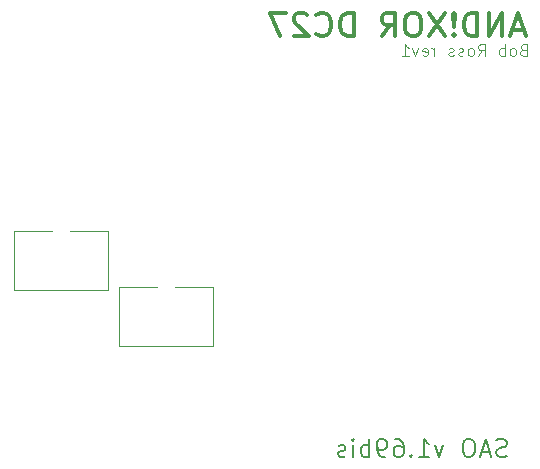
<source format=gbr>
G04 #@! TF.GenerationSoftware,KiCad,Pcbnew,5.0.2-bee76a0~70~ubuntu18.04.1*
G04 #@! TF.CreationDate,2019-02-08T21:36:26-08:00*
G04 #@! TF.ProjectId,sao-bob_ross1,73616f2d-626f-4625-9f72-6f7373312e6b,rev?*
G04 #@! TF.SameCoordinates,Original*
G04 #@! TF.FileFunction,Legend,Bot*
G04 #@! TF.FilePolarity,Positive*
%FSLAX46Y46*%
G04 Gerber Fmt 4.6, Leading zero omitted, Abs format (unit mm)*
G04 Created by KiCad (PCBNEW 5.0.2-bee76a0~70~ubuntu18.04.1) date Fri 08 Feb 2019 09:36:26 PM PST*
%MOMM*%
%LPD*%
G01*
G04 APERTURE LIST*
%ADD10C,0.100000*%
%ADD11C,0.300000*%
%ADD12C,0.200000*%
%ADD13C,0.120000*%
G04 APERTURE END LIST*
D10*
X127752380Y-84628571D02*
X127609523Y-84676190D01*
X127561904Y-84723809D01*
X127514285Y-84819047D01*
X127514285Y-84961904D01*
X127561904Y-85057142D01*
X127609523Y-85104761D01*
X127704761Y-85152380D01*
X128085714Y-85152380D01*
X128085714Y-84152380D01*
X127752380Y-84152380D01*
X127657142Y-84200000D01*
X127609523Y-84247619D01*
X127561904Y-84342857D01*
X127561904Y-84438095D01*
X127609523Y-84533333D01*
X127657142Y-84580952D01*
X127752380Y-84628571D01*
X128085714Y-84628571D01*
X126942857Y-85152380D02*
X127038095Y-85104761D01*
X127085714Y-85057142D01*
X127133333Y-84961904D01*
X127133333Y-84676190D01*
X127085714Y-84580952D01*
X127038095Y-84533333D01*
X126942857Y-84485714D01*
X126800000Y-84485714D01*
X126704761Y-84533333D01*
X126657142Y-84580952D01*
X126609523Y-84676190D01*
X126609523Y-84961904D01*
X126657142Y-85057142D01*
X126704761Y-85104761D01*
X126800000Y-85152380D01*
X126942857Y-85152380D01*
X126180952Y-85152380D02*
X126180952Y-84152380D01*
X126180952Y-84533333D02*
X126085714Y-84485714D01*
X125895238Y-84485714D01*
X125800000Y-84533333D01*
X125752380Y-84580952D01*
X125704761Y-84676190D01*
X125704761Y-84961904D01*
X125752380Y-85057142D01*
X125800000Y-85104761D01*
X125895238Y-85152380D01*
X126085714Y-85152380D01*
X126180952Y-85104761D01*
X123942857Y-85152380D02*
X124276190Y-84676190D01*
X124514285Y-85152380D02*
X124514285Y-84152380D01*
X124133333Y-84152380D01*
X124038095Y-84200000D01*
X123990476Y-84247619D01*
X123942857Y-84342857D01*
X123942857Y-84485714D01*
X123990476Y-84580952D01*
X124038095Y-84628571D01*
X124133333Y-84676190D01*
X124514285Y-84676190D01*
X123371428Y-85152380D02*
X123466666Y-85104761D01*
X123514285Y-85057142D01*
X123561904Y-84961904D01*
X123561904Y-84676190D01*
X123514285Y-84580952D01*
X123466666Y-84533333D01*
X123371428Y-84485714D01*
X123228571Y-84485714D01*
X123133333Y-84533333D01*
X123085714Y-84580952D01*
X123038095Y-84676190D01*
X123038095Y-84961904D01*
X123085714Y-85057142D01*
X123133333Y-85104761D01*
X123228571Y-85152380D01*
X123371428Y-85152380D01*
X122657142Y-85104761D02*
X122561904Y-85152380D01*
X122371428Y-85152380D01*
X122276190Y-85104761D01*
X122228571Y-85009523D01*
X122228571Y-84961904D01*
X122276190Y-84866666D01*
X122371428Y-84819047D01*
X122514285Y-84819047D01*
X122609523Y-84771428D01*
X122657142Y-84676190D01*
X122657142Y-84628571D01*
X122609523Y-84533333D01*
X122514285Y-84485714D01*
X122371428Y-84485714D01*
X122276190Y-84533333D01*
X121847619Y-85104761D02*
X121752380Y-85152380D01*
X121561904Y-85152380D01*
X121466666Y-85104761D01*
X121419047Y-85009523D01*
X121419047Y-84961904D01*
X121466666Y-84866666D01*
X121561904Y-84819047D01*
X121704761Y-84819047D01*
X121800000Y-84771428D01*
X121847619Y-84676190D01*
X121847619Y-84628571D01*
X121800000Y-84533333D01*
X121704761Y-84485714D01*
X121561904Y-84485714D01*
X121466666Y-84533333D01*
X120228571Y-85152380D02*
X120228571Y-84485714D01*
X120228571Y-84676190D02*
X120180952Y-84580952D01*
X120133333Y-84533333D01*
X120038095Y-84485714D01*
X119942857Y-84485714D01*
X119228571Y-85104761D02*
X119323809Y-85152380D01*
X119514285Y-85152380D01*
X119609523Y-85104761D01*
X119657142Y-85009523D01*
X119657142Y-84628571D01*
X119609523Y-84533333D01*
X119514285Y-84485714D01*
X119323809Y-84485714D01*
X119228571Y-84533333D01*
X119180952Y-84628571D01*
X119180952Y-84723809D01*
X119657142Y-84819047D01*
X118847619Y-84485714D02*
X118609523Y-85152380D01*
X118371428Y-84485714D01*
X117466666Y-85152380D02*
X118038095Y-85152380D01*
X117752380Y-85152380D02*
X117752380Y-84152380D01*
X117847619Y-84295238D01*
X117942857Y-84390476D01*
X118038095Y-84438095D01*
D11*
X127766666Y-82933333D02*
X126814285Y-82933333D01*
X127957142Y-83504761D02*
X127290476Y-81504761D01*
X126623809Y-83504761D01*
X125957142Y-83504761D02*
X125957142Y-81504761D01*
X124814285Y-83504761D01*
X124814285Y-81504761D01*
X123861904Y-83504761D02*
X123861904Y-81504761D01*
X123385714Y-81504761D01*
X123100000Y-81600000D01*
X122909523Y-81790476D01*
X122814285Y-81980952D01*
X122719047Y-82361904D01*
X122719047Y-82647619D01*
X122814285Y-83028571D01*
X122909523Y-83219047D01*
X123100000Y-83409523D01*
X123385714Y-83504761D01*
X123861904Y-83504761D01*
X121861904Y-83314285D02*
X121766666Y-83409523D01*
X121861904Y-83504761D01*
X121957142Y-83409523D01*
X121861904Y-83314285D01*
X121861904Y-83504761D01*
X121861904Y-82742857D02*
X121957142Y-81600000D01*
X121861904Y-81504761D01*
X121766666Y-81600000D01*
X121861904Y-82742857D01*
X121861904Y-81504761D01*
X121100000Y-81504761D02*
X119766666Y-83504761D01*
X119766666Y-81504761D02*
X121100000Y-83504761D01*
X118623809Y-81504761D02*
X118242857Y-81504761D01*
X118052380Y-81600000D01*
X117861904Y-81790476D01*
X117766666Y-82171428D01*
X117766666Y-82838095D01*
X117861904Y-83219047D01*
X118052380Y-83409523D01*
X118242857Y-83504761D01*
X118623809Y-83504761D01*
X118814285Y-83409523D01*
X119004761Y-83219047D01*
X119100000Y-82838095D01*
X119100000Y-82171428D01*
X119004761Y-81790476D01*
X118814285Y-81600000D01*
X118623809Y-81504761D01*
X115766666Y-83504761D02*
X116433333Y-82552380D01*
X116909523Y-83504761D02*
X116909523Y-81504761D01*
X116147619Y-81504761D01*
X115957142Y-81600000D01*
X115861904Y-81695238D01*
X115766666Y-81885714D01*
X115766666Y-82171428D01*
X115861904Y-82361904D01*
X115957142Y-82457142D01*
X116147619Y-82552380D01*
X116909523Y-82552380D01*
X113385714Y-83504761D02*
X113385714Y-81504761D01*
X112909523Y-81504761D01*
X112623809Y-81600000D01*
X112433333Y-81790476D01*
X112338095Y-81980952D01*
X112242857Y-82361904D01*
X112242857Y-82647619D01*
X112338095Y-83028571D01*
X112433333Y-83219047D01*
X112623809Y-83409523D01*
X112909523Y-83504761D01*
X113385714Y-83504761D01*
X110242857Y-83314285D02*
X110338095Y-83409523D01*
X110623809Y-83504761D01*
X110814285Y-83504761D01*
X111100000Y-83409523D01*
X111290476Y-83219047D01*
X111385714Y-83028571D01*
X111480952Y-82647619D01*
X111480952Y-82361904D01*
X111385714Y-81980952D01*
X111290476Y-81790476D01*
X111100000Y-81600000D01*
X110814285Y-81504761D01*
X110623809Y-81504761D01*
X110338095Y-81600000D01*
X110242857Y-81695238D01*
X109480952Y-81695238D02*
X109385714Y-81600000D01*
X109195238Y-81504761D01*
X108719047Y-81504761D01*
X108528571Y-81600000D01*
X108433333Y-81695238D01*
X108338095Y-81885714D01*
X108338095Y-82076190D01*
X108433333Y-82361904D01*
X109576190Y-83504761D01*
X108338095Y-83504761D01*
X107671428Y-81504761D02*
X106338095Y-81504761D01*
X107195238Y-83504761D01*
D12*
X126342857Y-119007142D02*
X126128571Y-119078571D01*
X125771428Y-119078571D01*
X125628571Y-119007142D01*
X125557142Y-118935714D01*
X125485714Y-118792857D01*
X125485714Y-118650000D01*
X125557142Y-118507142D01*
X125628571Y-118435714D01*
X125771428Y-118364285D01*
X126057142Y-118292857D01*
X126200000Y-118221428D01*
X126271428Y-118150000D01*
X126342857Y-118007142D01*
X126342857Y-117864285D01*
X126271428Y-117721428D01*
X126200000Y-117650000D01*
X126057142Y-117578571D01*
X125700000Y-117578571D01*
X125485714Y-117650000D01*
X124914285Y-118650000D02*
X124200000Y-118650000D01*
X125057142Y-119078571D02*
X124557142Y-117578571D01*
X124057142Y-119078571D01*
X123271428Y-117578571D02*
X122985714Y-117578571D01*
X122842857Y-117650000D01*
X122700000Y-117792857D01*
X122628571Y-118078571D01*
X122628571Y-118578571D01*
X122700000Y-118864285D01*
X122842857Y-119007142D01*
X122985714Y-119078571D01*
X123271428Y-119078571D01*
X123414285Y-119007142D01*
X123557142Y-118864285D01*
X123628571Y-118578571D01*
X123628571Y-118078571D01*
X123557142Y-117792857D01*
X123414285Y-117650000D01*
X123271428Y-117578571D01*
X120985714Y-118078571D02*
X120628571Y-119078571D01*
X120271428Y-118078571D01*
X118914285Y-119078571D02*
X119771428Y-119078571D01*
X119342857Y-119078571D02*
X119342857Y-117578571D01*
X119485714Y-117792857D01*
X119628571Y-117935714D01*
X119771428Y-118007142D01*
X118271428Y-118935714D02*
X118200000Y-119007142D01*
X118271428Y-119078571D01*
X118342857Y-119007142D01*
X118271428Y-118935714D01*
X118271428Y-119078571D01*
X116914285Y-117578571D02*
X117200000Y-117578571D01*
X117342857Y-117650000D01*
X117414285Y-117721428D01*
X117557142Y-117935714D01*
X117628571Y-118221428D01*
X117628571Y-118792857D01*
X117557142Y-118935714D01*
X117485714Y-119007142D01*
X117342857Y-119078571D01*
X117057142Y-119078571D01*
X116914285Y-119007142D01*
X116842857Y-118935714D01*
X116771428Y-118792857D01*
X116771428Y-118435714D01*
X116842857Y-118292857D01*
X116914285Y-118221428D01*
X117057142Y-118150000D01*
X117342857Y-118150000D01*
X117485714Y-118221428D01*
X117557142Y-118292857D01*
X117628571Y-118435714D01*
X116057142Y-119078571D02*
X115771428Y-119078571D01*
X115628571Y-119007142D01*
X115557142Y-118935714D01*
X115414285Y-118721428D01*
X115342857Y-118435714D01*
X115342857Y-117864285D01*
X115414285Y-117721428D01*
X115485714Y-117650000D01*
X115628571Y-117578571D01*
X115914285Y-117578571D01*
X116057142Y-117650000D01*
X116128571Y-117721428D01*
X116200000Y-117864285D01*
X116200000Y-118221428D01*
X116128571Y-118364285D01*
X116057142Y-118435714D01*
X115914285Y-118507142D01*
X115628571Y-118507142D01*
X115485714Y-118435714D01*
X115414285Y-118364285D01*
X115342857Y-118221428D01*
X114700000Y-119078571D02*
X114700000Y-117578571D01*
X114700000Y-118150000D02*
X114557142Y-118078571D01*
X114271428Y-118078571D01*
X114128571Y-118150000D01*
X114057142Y-118221428D01*
X113985714Y-118364285D01*
X113985714Y-118792857D01*
X114057142Y-118935714D01*
X114128571Y-119007142D01*
X114271428Y-119078571D01*
X114557142Y-119078571D01*
X114700000Y-119007142D01*
X113342857Y-119078571D02*
X113342857Y-118078571D01*
X113342857Y-117578571D02*
X113414285Y-117650000D01*
X113342857Y-117721428D01*
X113271428Y-117650000D01*
X113342857Y-117578571D01*
X113342857Y-117721428D01*
X112700000Y-119007142D02*
X112557142Y-119078571D01*
X112271428Y-119078571D01*
X112128571Y-119007142D01*
X112057142Y-118864285D01*
X112057142Y-118792857D01*
X112128571Y-118650000D01*
X112271428Y-118578571D01*
X112485714Y-118578571D01*
X112628571Y-118507142D01*
X112700000Y-118364285D01*
X112700000Y-118292857D01*
X112628571Y-118150000D01*
X112485714Y-118078571D01*
X112271428Y-118078571D01*
X112128571Y-118150000D01*
D13*
G04 #@! TO.C,J1*
X101500000Y-104750000D02*
X101500000Y-109750000D01*
X98250000Y-104750000D02*
X101500000Y-104750000D01*
X93500000Y-109750000D02*
X101500000Y-109750000D01*
X93500000Y-104750000D02*
X93500000Y-109750000D01*
X96750000Y-104750000D02*
X93500000Y-104750000D01*
G04 #@! TO.C,J2*
X87850000Y-99950000D02*
X84600000Y-99950000D01*
X84600000Y-99950000D02*
X84600000Y-104950000D01*
X84600000Y-104950000D02*
X92600000Y-104950000D01*
X89350000Y-99950000D02*
X92600000Y-99950000D01*
X92600000Y-99950000D02*
X92600000Y-104950000D01*
G04 #@! TD*
M02*

</source>
